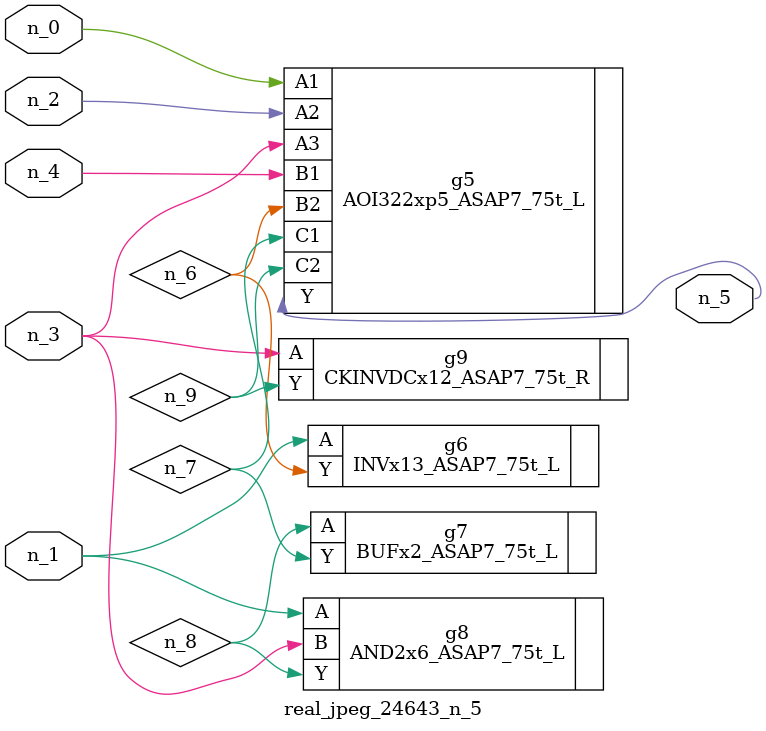
<source format=v>
module real_jpeg_24643_n_5 (n_4, n_0, n_1, n_2, n_3, n_5);

input n_4;
input n_0;
input n_1;
input n_2;
input n_3;

output n_5;

wire n_8;
wire n_6;
wire n_7;
wire n_9;

AOI322xp5_ASAP7_75t_L g5 ( 
.A1(n_0),
.A2(n_2),
.A3(n_3),
.B1(n_4),
.B2(n_6),
.C1(n_7),
.C2(n_9),
.Y(n_5)
);

INVx13_ASAP7_75t_L g6 ( 
.A(n_1),
.Y(n_6)
);

AND2x6_ASAP7_75t_L g8 ( 
.A(n_1),
.B(n_3),
.Y(n_8)
);

CKINVDCx12_ASAP7_75t_R g9 ( 
.A(n_3),
.Y(n_9)
);

BUFx2_ASAP7_75t_L g7 ( 
.A(n_8),
.Y(n_7)
);


endmodule
</source>
